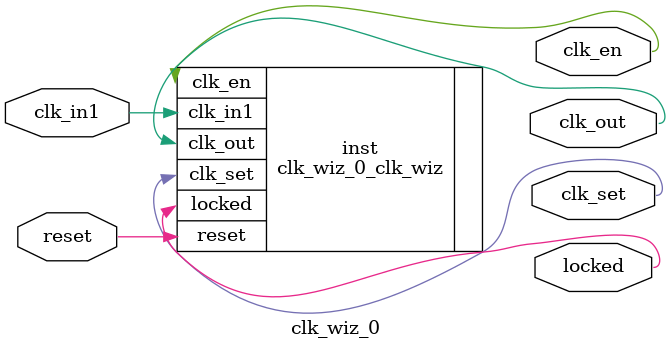
<source format=v>


`timescale 1ps/1ps

(* CORE_GENERATION_INFO = "clk_wiz_0,clk_wiz_v6_0_2_0_0,{component_name=clk_wiz_0,use_phase_alignment=true,use_min_o_jitter=false,use_max_i_jitter=false,use_dyn_phase_shift=false,use_inclk_switchover=false,use_dyn_reconfig=false,enable_axi=0,feedback_source=FDBK_AUTO,PRIMITIVE=MMCM,num_out_clk=3,clkin1_period=10.000,clkin2_period=10.000,use_power_down=false,use_reset=true,use_locked=true,use_inclk_stopped=false,feedback_type=SINGLE,CLOCK_MGR_TYPE=NA,manual_override=false}" *)

module clk_wiz_0 
 (
  // Clock out ports
  output        clk_out,
  output        clk_en,
  output        clk_set,
  // Status and control signals
  input         reset,
  output        locked,
 // Clock in ports
  input         clk_in1
 );

  clk_wiz_0_clk_wiz inst
  (
  // Clock out ports  
  .clk_out(clk_out),
  .clk_en(clk_en),
  .clk_set(clk_set),
  // Status and control signals               
  .reset(reset), 
  .locked(locked),
 // Clock in ports
  .clk_in1(clk_in1)
  );

endmodule

</source>
